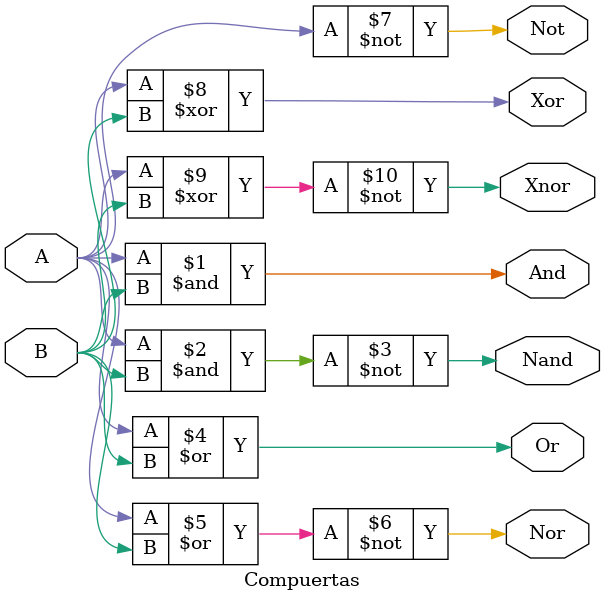
<source format=v>
`timescale 1ns/1ns 

module Compuertas(
    input A,      
    input B,      
    output And,   
    output Nand,  
    output Or,    
    output Nor,   
    output Not,   
    output Xor,   
    output Xnor   
);

//  LOGICA
assign And  = A & B;     
assign Nand = ~(A & B);  
assign Or   = A | B;     
assign Nor  = ~(A | B);  
assign Not  = ~A;        
assign Xor  = A ^ B;    
assign  Xnor = ~(A ^ B);  

endmodule


</source>
